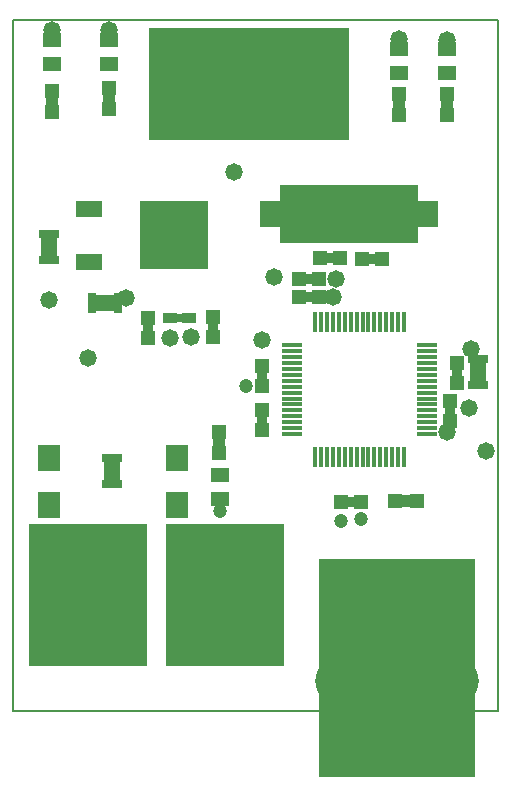
<source format=gts>
%FSLAX25Y25*%
%MOIN*%
G70*
G01*
G75*
G04 Layer_Color=8388736*
%ADD10R,0.21654X0.07874*%
%ADD11R,0.22047X0.22047*%
%ADD12R,0.07874X0.04724*%
%ADD13R,0.00866X0.05906*%
%ADD14R,0.05906X0.00866*%
%ADD15R,0.03937X0.03937*%
%ADD16R,0.03937X0.03937*%
%ADD17R,0.03740X0.02756*%
%ADD18R,0.05118X0.03937*%
%ADD19R,0.06614X0.07874*%
%ADD20R,0.02362X0.05709*%
%ADD21R,0.05709X0.02362*%
%ADD22C,0.03150*%
%ADD23C,0.01063*%
%ADD24C,0.01000*%
%ADD25C,0.00945*%
%ADD26C,0.03937*%
%ADD27R,0.46063X0.19685*%
%ADD28R,0.07087X0.03937*%
%ADD29R,0.66929X0.37402*%
%ADD30R,0.03937X0.07087*%
%ADD31R,0.39370X0.47244*%
%ADD32R,0.51968X0.72835*%
%ADD33R,0.06496X0.02756*%
%ADD34R,0.03543X0.06693*%
%ADD35R,0.08661X0.05709*%
%ADD36R,0.05709X0.08661*%
%ADD37R,0.06693X0.03543*%
%ADD38C,0.04921*%
%ADD39R,0.07874X0.07874*%
%ADD40C,0.00787*%
%ADD41C,0.07874*%
%ADD42C,0.05906*%
%ADD43C,0.13780*%
%ADD44C,0.05000*%
%ADD45C,0.03937*%
%ADD46C,0.01969*%
%ADD47C,0.00394*%
%ADD48R,0.22453X0.08674*%
%ADD49R,0.22847X0.22847*%
%ADD50R,0.08674X0.05524*%
%ADD51R,0.01666X0.06706*%
%ADD52R,0.06706X0.01666*%
%ADD53R,0.04737X0.04737*%
%ADD54R,0.04737X0.04737*%
%ADD55R,0.04540X0.03556*%
%ADD56R,0.05918X0.04737*%
%ADD57R,0.07414X0.08674*%
%ADD58R,0.03162X0.06509*%
%ADD59R,0.06509X0.03162*%
%ADD60C,0.08674*%
%ADD61C,0.06706*%
%ADD62C,0.14579*%
%ADD63C,0.05800*%
%ADD64C,0.04737*%
G54D27*
X493148Y165500D02*
D03*
G54D28*
X512148Y70000D02*
D03*
G54D29*
X459648Y208972D02*
D03*
G54D30*
X525648Y202000D02*
D03*
X509648D02*
D03*
X413148Y204000D02*
D03*
X394148Y203000D02*
D03*
X449648Y89500D02*
D03*
G54D31*
X451758Y38618D02*
D03*
X406258D02*
D03*
G54D32*
X509246Y14291D02*
D03*
G54D33*
X436648Y131000D02*
D03*
G54D34*
X447648Y128000D02*
D03*
X426148Y127500D02*
D03*
X529148Y112500D02*
D03*
X464148Y97000D02*
D03*
X526648Y100000D02*
D03*
X464148Y111500D02*
D03*
G54D35*
X411648Y136000D02*
D03*
G54D36*
X414148Y80000D02*
D03*
X536148Y113000D02*
D03*
X393148Y154500D02*
D03*
G54D37*
X500648Y150500D02*
D03*
X486648Y151000D02*
D03*
X493648Y69500D02*
D03*
X479648Y138000D02*
D03*
Y144000D02*
D03*
G54D38*
X440940Y213619D02*
X440367Y214398D01*
X439404Y214310D01*
X438981Y213440D01*
X439506Y212628D01*
X440472Y212658D01*
X440947Y213500D01*
X460625Y213619D02*
X460052Y214398D01*
X459089Y214310D01*
X458666Y213440D01*
X459191Y212628D01*
X460157Y212658D01*
X460632Y213500D01*
X480310Y213619D02*
X479737Y214398D01*
X478774Y214310D01*
X478351Y213440D01*
X478876Y212628D01*
X479842Y212658D01*
X480317Y213500D01*
X457671Y53066D02*
X458245Y52287D01*
X459207Y52375D01*
X459630Y53245D01*
X459105Y54057D01*
X458139Y54027D01*
X457664Y53185D01*
X412171Y53066D02*
X412745Y52287D01*
X413707Y52375D01*
X414130Y53245D01*
X413605Y54057D01*
X412639Y54027D01*
X412164Y53185D01*
X496767Y33984D02*
X497546Y34557D01*
X497458Y35520D01*
X496588Y35943D01*
X495777Y35418D01*
X495806Y34451D01*
X496648Y33976D01*
X501787Y44023D02*
X502565Y44596D01*
X502478Y45559D01*
X501608Y45982D01*
X500796Y45457D01*
X500826Y44491D01*
X501668Y44016D01*
X506807Y33984D02*
X507585Y34557D01*
X507497Y35520D01*
X506628Y35943D01*
X505816Y35418D01*
X505845Y34451D01*
X506687Y33976D01*
X511826Y44023D02*
X512605Y44596D01*
X512517Y45559D01*
X511648Y45982D01*
X510836Y45457D01*
X510865Y44491D01*
X511707Y44016D01*
X516846Y33984D02*
X517625Y34557D01*
X517537Y35520D01*
X516667Y35943D01*
X515855Y35418D01*
X515885Y34451D01*
X516727Y33976D01*
X521866Y44023D02*
X522644Y44596D01*
X522556Y45559D01*
X521687Y45982D01*
X520875Y45457D01*
X520904Y44491D01*
X521746Y44016D01*
G54D39*
X444869Y33500D02*
D03*
X399369D02*
D03*
G54D40*
X542648Y0D02*
X381231D01*
X542648Y230315D02*
X381231D01*
X542648Y0D02*
Y230315D01*
X381231Y0D02*
Y230315D01*
G54D48*
X511849Y165500D02*
D03*
X474447D02*
D03*
G54D49*
X434648Y158500D02*
D03*
G54D50*
X406302Y149642D02*
D03*
Y167358D02*
D03*
G54D51*
X497632Y84559D02*
D03*
X495664D02*
D03*
X493695D02*
D03*
X491727D02*
D03*
X489758D02*
D03*
X487790D02*
D03*
X485821D02*
D03*
X483853D02*
D03*
X481884D02*
D03*
X511412D02*
D03*
X509443D02*
D03*
X507475D02*
D03*
X505506D02*
D03*
X503538D02*
D03*
X501569D02*
D03*
X499601D02*
D03*
Y129441D02*
D03*
X501569D02*
D03*
X503538D02*
D03*
X505506D02*
D03*
X507475D02*
D03*
X509443D02*
D03*
X511412D02*
D03*
X481884D02*
D03*
X483853D02*
D03*
X485821D02*
D03*
X487790D02*
D03*
X489758D02*
D03*
X491727D02*
D03*
X493695D02*
D03*
X495664D02*
D03*
X497632D02*
D03*
G54D52*
X474207Y107984D02*
D03*
Y106016D02*
D03*
Y104047D02*
D03*
Y102079D02*
D03*
Y100110D02*
D03*
Y98142D02*
D03*
Y96173D02*
D03*
Y94205D02*
D03*
Y92236D02*
D03*
Y121764D02*
D03*
Y119795D02*
D03*
Y117827D02*
D03*
Y115858D02*
D03*
Y113890D02*
D03*
Y111921D02*
D03*
Y109953D02*
D03*
X519089D02*
D03*
Y111921D02*
D03*
Y113890D02*
D03*
Y115858D02*
D03*
Y117827D02*
D03*
Y119795D02*
D03*
Y121764D02*
D03*
Y92236D02*
D03*
Y94205D02*
D03*
Y96173D02*
D03*
Y98142D02*
D03*
Y100110D02*
D03*
Y102079D02*
D03*
Y104047D02*
D03*
Y106016D02*
D03*
Y107984D02*
D03*
G54D53*
X515691Y70000D02*
D03*
X508605D02*
D03*
X497302Y150500D02*
D03*
X503995D02*
D03*
X489994Y151000D02*
D03*
X483302D02*
D03*
X490302Y69500D02*
D03*
X496994D02*
D03*
X482995Y138000D02*
D03*
X476302D02*
D03*
X482995Y144000D02*
D03*
X476302D02*
D03*
G54D54*
X525648Y198457D02*
D03*
Y205543D02*
D03*
X509648Y198457D02*
D03*
Y205543D02*
D03*
X413148Y200457D02*
D03*
Y207543D02*
D03*
X394148Y199457D02*
D03*
Y206543D02*
D03*
X449648Y93043D02*
D03*
Y85957D02*
D03*
X447648Y131346D02*
D03*
Y124653D02*
D03*
X426148Y130847D02*
D03*
Y124153D02*
D03*
X529148Y109153D02*
D03*
Y115847D02*
D03*
X464148Y93654D02*
D03*
Y100347D02*
D03*
X526648Y103347D02*
D03*
Y96653D02*
D03*
X464148Y114847D02*
D03*
Y108153D02*
D03*
G54D55*
X439896Y131000D02*
D03*
X433400D02*
D03*
G54D56*
X450148Y70407D02*
D03*
Y78592D02*
D03*
X525648Y212407D02*
D03*
Y220592D02*
D03*
X509648Y212407D02*
D03*
Y220592D02*
D03*
X413148Y215407D02*
D03*
Y223592D02*
D03*
X394148Y215407D02*
D03*
Y223592D02*
D03*
G54D57*
X435648Y68626D02*
D03*
Y84374D02*
D03*
X393148Y68626D02*
D03*
Y84374D02*
D03*
G54D58*
X407317Y136000D02*
D03*
X415979D02*
D03*
G54D59*
X414148Y75669D02*
D03*
Y84331D02*
D03*
X536148Y117331D02*
D03*
Y108669D02*
D03*
X393148Y150169D02*
D03*
Y158831D02*
D03*
G54D60*
X439963Y213500D02*
D03*
X479333D02*
D03*
X459648D02*
D03*
X458648Y53185D02*
D03*
X444869Y33500D02*
D03*
X413148Y53185D02*
D03*
X399369Y33500D02*
D03*
G54D61*
X496648Y34961D02*
D03*
X501668Y45000D02*
D03*
X506687Y34961D02*
D03*
X511707Y45000D02*
D03*
X516727Y34961D02*
D03*
X521746Y45000D02*
D03*
G54D62*
X489266Y9961D02*
D03*
X529227D02*
D03*
G54D63*
X525648Y93000D02*
D03*
X533648Y120500D02*
D03*
X468148Y144500D02*
D03*
X394148Y227000D02*
D03*
X413148D02*
D03*
X525648Y223500D02*
D03*
X509648Y224000D02*
D03*
X487648Y138000D02*
D03*
X488648Y144000D02*
D03*
X479333Y213500D02*
D03*
X459648D02*
D03*
X454648Y179500D02*
D03*
X464148Y123500D02*
D03*
X393148Y137000D02*
D03*
X440302Y124653D02*
D03*
X433495Y124153D02*
D03*
X406148Y117500D02*
D03*
X538648Y86500D02*
D03*
X533148Y101000D02*
D03*
X418648Y137500D02*
D03*
G54D64*
X490302Y63153D02*
D03*
X496994Y63846D02*
D03*
X450148Y66500D02*
D03*
X458802Y108153D02*
D03*
M02*

</source>
